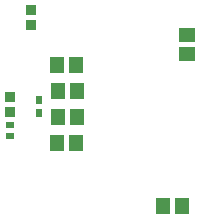
<source format=gbp>
G04*
G04 #@! TF.GenerationSoftware,Altium Limited,Altium Designer,21.8.1 (53)*
G04*
G04 Layer_Color=128*
%FSLAX25Y25*%
%MOIN*%
G70*
G04*
G04 #@! TF.SameCoordinates,602FFC17-E96E-42ED-876F-BF2310913D4F*
G04*
G04*
G04 #@! TF.FilePolarity,Positive*
G04*
G01*
G75*
%ADD16R,0.02520X0.02362*%
%ADD32R,0.03740X0.03347*%
%ADD33R,0.02362X0.02953*%
%ADD34R,0.05118X0.05512*%
%ADD35R,0.04724X0.05512*%
%ADD36R,0.05512X0.05118*%
D16*
X357500Y338035D02*
D03*
Y341500D02*
D03*
D32*
X364500Y380118D02*
D03*
Y375000D02*
D03*
X357500Y346000D02*
D03*
Y351118D02*
D03*
D33*
X367000Y350028D02*
D03*
Y345500D02*
D03*
D34*
X373000Y335500D02*
D03*
X379299D02*
D03*
Y361500D02*
D03*
X373000D02*
D03*
X414799Y314500D02*
D03*
X408500D02*
D03*
D35*
X379650Y352831D02*
D03*
X373350D02*
D03*
X379650Y344169D02*
D03*
X373350D02*
D03*
D36*
X416300Y365350D02*
D03*
Y371650D02*
D03*
M02*

</source>
